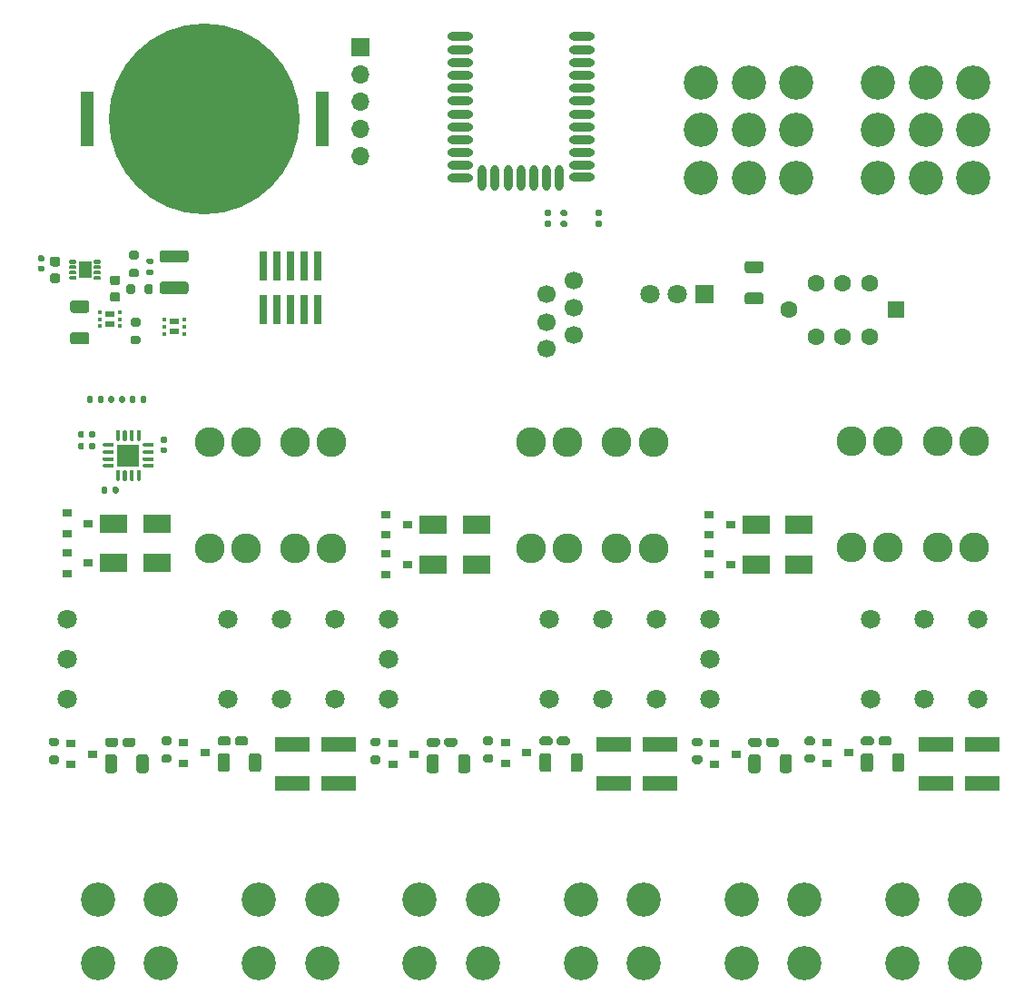
<source format=gbr>
%TF.GenerationSoftware,KiCad,Pcbnew,(5.1.9-0-10_14)*%
%TF.CreationDate,2021-05-27T00:43:31-07:00*%
%TF.ProjectId,tp_radio_board,74705f72-6164-4696-9f5f-626f6172642e,rev?*%
%TF.SameCoordinates,Original*%
%TF.FileFunction,Soldermask,Top*%
%TF.FilePolarity,Negative*%
%FSLAX46Y46*%
G04 Gerber Fmt 4.6, Leading zero omitted, Abs format (unit mm)*
G04 Created by KiCad (PCBNEW (5.1.9-0-10_14)) date 2021-05-27 00:43:31*
%MOMM*%
%LPD*%
G01*
G04 APERTURE LIST*
%ADD10O,2.400000X0.800000*%
%ADD11O,0.800000X2.400000*%
%ADD12O,1.700000X1.700000*%
%ADD13R,1.700000X1.700000*%
%ADD14R,0.762000X2.794000*%
%ADD15C,1.808000*%
%ADD16R,0.900000X0.800000*%
%ADD17C,3.200000*%
%ADD18C,1.700000*%
%ADD19C,2.780000*%
%ADD20R,0.950000X0.613000*%
%ADD21R,0.325000X0.300000*%
%ADD22R,1.200000X1.500000*%
%ADD23R,1.800000X1.800000*%
%ADD24C,1.800000*%
%ADD25R,3.300000X1.400000*%
%ADD26R,2.500000X1.800000*%
%ADD27R,1.270000X5.080000*%
%ADD28C,17.800000*%
%ADD29R,2.100000X2.100000*%
%ADD30C,1.600000*%
%ADD31R,1.600000X1.600000*%
G04 APERTURE END LIST*
D10*
%TO.C,U1*%
X63850000Y-95550000D03*
X63850000Y-96750000D03*
X63850000Y-97950000D03*
X63850000Y-99150000D03*
X63850000Y-100350000D03*
X63850000Y-101550000D03*
X63850000Y-102750000D03*
X63850000Y-103950000D03*
X63850000Y-105150000D03*
X63850000Y-106350000D03*
X63850000Y-107550000D03*
X63850000Y-108750000D03*
D11*
X65900000Y-108750000D03*
X67100000Y-108750000D03*
X68300000Y-108750000D03*
X69500000Y-108750000D03*
X70700000Y-108750000D03*
X71900000Y-108750000D03*
X73100000Y-108750000D03*
D10*
X75150000Y-108650000D03*
X75150000Y-107550000D03*
X75150000Y-106350000D03*
X75150000Y-105150000D03*
X75150000Y-103950000D03*
X75150000Y-102750000D03*
X75150000Y-101550000D03*
X75150000Y-100350000D03*
X75150000Y-99150000D03*
X75150000Y-97950000D03*
X75150000Y-96750000D03*
X75150000Y-95550000D03*
%TD*%
D12*
%TO.C,J11*%
X54500000Y-106660000D03*
X54500000Y-104120000D03*
X54500000Y-101580000D03*
X54500000Y-99040000D03*
D13*
X54500000Y-96500000D03*
%TD*%
D14*
%TO.C,J1*%
X45460000Y-121032000D03*
X45460000Y-116968000D03*
X46730000Y-121032000D03*
X46730000Y-116968000D03*
X48000000Y-121032000D03*
X48000000Y-116968000D03*
X49270000Y-121032000D03*
X49270000Y-116968000D03*
X50540000Y-121032000D03*
X50540000Y-116968000D03*
%TD*%
D15*
%TO.C,K2*%
X57140008Y-157350000D03*
X72140008Y-157350000D03*
X77140008Y-157350000D03*
X82140008Y-157350000D03*
X82140008Y-149850000D03*
X77140008Y-149850000D03*
X72140008Y-149850000D03*
X57140008Y-149850000D03*
X57140008Y-153600000D03*
%TD*%
%TO.C,K3*%
X87140008Y-157350000D03*
X102140008Y-157350000D03*
X107140008Y-157350000D03*
X112140008Y-157350000D03*
X112140008Y-149850000D03*
X107140008Y-149850000D03*
X102140008Y-149850000D03*
X87140008Y-149850000D03*
X87140008Y-153600000D03*
%TD*%
%TO.C,K1*%
X27140008Y-157350000D03*
X42140008Y-157350000D03*
X47140008Y-157350000D03*
X52140008Y-157350000D03*
X52140008Y-149850000D03*
X47140008Y-149850000D03*
X42140008Y-149850000D03*
X27140008Y-149850000D03*
X27140008Y-153600000D03*
%TD*%
%TO.C,D12*%
G36*
G01*
X102840000Y-161462500D02*
X102840000Y-161037500D01*
G75*
G02*
X103052500Y-160825000I212500J0D01*
G01*
X103852500Y-160825000D01*
G75*
G02*
X104065000Y-161037500I0J-212500D01*
G01*
X104065000Y-161462500D01*
G75*
G02*
X103852500Y-161675000I-212500J0D01*
G01*
X103052500Y-161675000D01*
G75*
G02*
X102840000Y-161462500I0J212500D01*
G01*
G37*
G36*
G01*
X101215000Y-161462500D02*
X101215000Y-161037500D01*
G75*
G02*
X101427500Y-160825000I212500J0D01*
G01*
X102227500Y-160825000D01*
G75*
G02*
X102440000Y-161037500I0J-212500D01*
G01*
X102440000Y-161462500D01*
G75*
G02*
X102227500Y-161675000I-212500J0D01*
G01*
X101427500Y-161675000D01*
G75*
G02*
X101215000Y-161462500I0J212500D01*
G01*
G37*
%TD*%
%TO.C,D11*%
G36*
G01*
X72840000Y-161462500D02*
X72840000Y-161037500D01*
G75*
G02*
X73052500Y-160825000I212500J0D01*
G01*
X73852500Y-160825000D01*
G75*
G02*
X74065000Y-161037500I0J-212500D01*
G01*
X74065000Y-161462500D01*
G75*
G02*
X73852500Y-161675000I-212500J0D01*
G01*
X73052500Y-161675000D01*
G75*
G02*
X72840000Y-161462500I0J212500D01*
G01*
G37*
G36*
G01*
X71215000Y-161462500D02*
X71215000Y-161037500D01*
G75*
G02*
X71427500Y-160825000I212500J0D01*
G01*
X72227500Y-160825000D01*
G75*
G02*
X72440000Y-161037500I0J-212500D01*
G01*
X72440000Y-161462500D01*
G75*
G02*
X72227500Y-161675000I-212500J0D01*
G01*
X71427500Y-161675000D01*
G75*
G02*
X71215000Y-161462500I0J212500D01*
G01*
G37*
%TD*%
%TO.C,D10*%
G36*
G01*
X42840000Y-161462500D02*
X42840000Y-161037500D01*
G75*
G02*
X43052500Y-160825000I212500J0D01*
G01*
X43852500Y-160825000D01*
G75*
G02*
X44065000Y-161037500I0J-212500D01*
G01*
X44065000Y-161462500D01*
G75*
G02*
X43852500Y-161675000I-212500J0D01*
G01*
X43052500Y-161675000D01*
G75*
G02*
X42840000Y-161462500I0J212500D01*
G01*
G37*
G36*
G01*
X41215000Y-161462500D02*
X41215000Y-161037500D01*
G75*
G02*
X41427500Y-160825000I212500J0D01*
G01*
X42227500Y-160825000D01*
G75*
G02*
X42440000Y-161037500I0J-212500D01*
G01*
X42440000Y-161462500D01*
G75*
G02*
X42227500Y-161675000I-212500J0D01*
G01*
X41427500Y-161675000D01*
G75*
G02*
X41215000Y-161462500I0J212500D01*
G01*
G37*
%TD*%
%TO.C,R24*%
G36*
G01*
X42340000Y-162624997D02*
X42340000Y-163875003D01*
G75*
G02*
X42090003Y-164125000I-249997J0D01*
G01*
X41464997Y-164125000D01*
G75*
G02*
X41215000Y-163875003I0J249997D01*
G01*
X41215000Y-162624997D01*
G75*
G02*
X41464997Y-162375000I249997J0D01*
G01*
X42090003Y-162375000D01*
G75*
G02*
X42340000Y-162624997I0J-249997D01*
G01*
G37*
G36*
G01*
X45265000Y-162624997D02*
X45265000Y-163875003D01*
G75*
G02*
X45015003Y-164125000I-249997J0D01*
G01*
X44389997Y-164125000D01*
G75*
G02*
X44140000Y-163875003I0J249997D01*
G01*
X44140000Y-162624997D01*
G75*
G02*
X44389997Y-162375000I249997J0D01*
G01*
X45015003Y-162375000D01*
G75*
G02*
X45265000Y-162624997I0J-249997D01*
G01*
G37*
%TD*%
%TO.C,R26*%
G36*
G01*
X102340000Y-162624997D02*
X102340000Y-163875003D01*
G75*
G02*
X102090003Y-164125000I-249997J0D01*
G01*
X101464997Y-164125000D01*
G75*
G02*
X101215000Y-163875003I0J249997D01*
G01*
X101215000Y-162624997D01*
G75*
G02*
X101464997Y-162375000I249997J0D01*
G01*
X102090003Y-162375000D01*
G75*
G02*
X102340000Y-162624997I0J-249997D01*
G01*
G37*
G36*
G01*
X105265000Y-162624997D02*
X105265000Y-163875003D01*
G75*
G02*
X105015003Y-164125000I-249997J0D01*
G01*
X104389997Y-164125000D01*
G75*
G02*
X104140000Y-163875003I0J249997D01*
G01*
X104140000Y-162624997D01*
G75*
G02*
X104389997Y-162375000I249997J0D01*
G01*
X105015003Y-162375000D01*
G75*
G02*
X105265000Y-162624997I0J-249997D01*
G01*
G37*
%TD*%
%TO.C,R25*%
G36*
G01*
X72340000Y-162624997D02*
X72340000Y-163875003D01*
G75*
G02*
X72090003Y-164125000I-249997J0D01*
G01*
X71464997Y-164125000D01*
G75*
G02*
X71215000Y-163875003I0J249997D01*
G01*
X71215000Y-162624997D01*
G75*
G02*
X71464997Y-162375000I249997J0D01*
G01*
X72090003Y-162375000D01*
G75*
G02*
X72340000Y-162624997I0J-249997D01*
G01*
G37*
G36*
G01*
X75265000Y-162624997D02*
X75265000Y-163875003D01*
G75*
G02*
X75015003Y-164125000I-249997J0D01*
G01*
X74389997Y-164125000D01*
G75*
G02*
X74140000Y-163875003I0J249997D01*
G01*
X74140000Y-162624997D01*
G75*
G02*
X74389997Y-162375000I249997J0D01*
G01*
X75015003Y-162375000D01*
G75*
G02*
X75265000Y-162624997I0J-249997D01*
G01*
G37*
%TD*%
%TO.C,R21*%
G36*
G01*
X36715000Y-161625000D02*
X36165000Y-161625000D01*
G75*
G02*
X35965000Y-161425000I0J200000D01*
G01*
X35965000Y-161025000D01*
G75*
G02*
X36165000Y-160825000I200000J0D01*
G01*
X36715000Y-160825000D01*
G75*
G02*
X36915000Y-161025000I0J-200000D01*
G01*
X36915000Y-161425000D01*
G75*
G02*
X36715000Y-161625000I-200000J0D01*
G01*
G37*
G36*
G01*
X36715000Y-163275000D02*
X36165000Y-163275000D01*
G75*
G02*
X35965000Y-163075000I0J200000D01*
G01*
X35965000Y-162675000D01*
G75*
G02*
X36165000Y-162475000I200000J0D01*
G01*
X36715000Y-162475000D01*
G75*
G02*
X36915000Y-162675000I0J-200000D01*
G01*
X36915000Y-163075000D01*
G75*
G02*
X36715000Y-163275000I-200000J0D01*
G01*
G37*
%TD*%
%TO.C,R23*%
G36*
G01*
X96715000Y-161625000D02*
X96165000Y-161625000D01*
G75*
G02*
X95965000Y-161425000I0J200000D01*
G01*
X95965000Y-161025000D01*
G75*
G02*
X96165000Y-160825000I200000J0D01*
G01*
X96715000Y-160825000D01*
G75*
G02*
X96915000Y-161025000I0J-200000D01*
G01*
X96915000Y-161425000D01*
G75*
G02*
X96715000Y-161625000I-200000J0D01*
G01*
G37*
G36*
G01*
X96715000Y-163275000D02*
X96165000Y-163275000D01*
G75*
G02*
X95965000Y-163075000I0J200000D01*
G01*
X95965000Y-162675000D01*
G75*
G02*
X96165000Y-162475000I200000J0D01*
G01*
X96715000Y-162475000D01*
G75*
G02*
X96915000Y-162675000I0J-200000D01*
G01*
X96915000Y-163075000D01*
G75*
G02*
X96715000Y-163275000I-200000J0D01*
G01*
G37*
%TD*%
%TO.C,R22*%
G36*
G01*
X66715000Y-161625000D02*
X66165000Y-161625000D01*
G75*
G02*
X65965000Y-161425000I0J200000D01*
G01*
X65965000Y-161025000D01*
G75*
G02*
X66165000Y-160825000I200000J0D01*
G01*
X66715000Y-160825000D01*
G75*
G02*
X66915000Y-161025000I0J-200000D01*
G01*
X66915000Y-161425000D01*
G75*
G02*
X66715000Y-161625000I-200000J0D01*
G01*
G37*
G36*
G01*
X66715000Y-163275000D02*
X66165000Y-163275000D01*
G75*
G02*
X65965000Y-163075000I0J200000D01*
G01*
X65965000Y-162675000D01*
G75*
G02*
X66165000Y-162475000I200000J0D01*
G01*
X66715000Y-162475000D01*
G75*
G02*
X66915000Y-162675000I0J-200000D01*
G01*
X66915000Y-163075000D01*
G75*
G02*
X66715000Y-163275000I-200000J0D01*
G01*
G37*
%TD*%
%TO.C,R16*%
G36*
G01*
X31840000Y-162724997D02*
X31840000Y-163975003D01*
G75*
G02*
X31590003Y-164225000I-249997J0D01*
G01*
X30964997Y-164225000D01*
G75*
G02*
X30715000Y-163975003I0J249997D01*
G01*
X30715000Y-162724997D01*
G75*
G02*
X30964997Y-162475000I249997J0D01*
G01*
X31590003Y-162475000D01*
G75*
G02*
X31840000Y-162724997I0J-249997D01*
G01*
G37*
G36*
G01*
X34765000Y-162724997D02*
X34765000Y-163975003D01*
G75*
G02*
X34515003Y-164225000I-249997J0D01*
G01*
X33889997Y-164225000D01*
G75*
G02*
X33640000Y-163975003I0J249997D01*
G01*
X33640000Y-162724997D01*
G75*
G02*
X33889997Y-162475000I249997J0D01*
G01*
X34515003Y-162475000D01*
G75*
G02*
X34765000Y-162724997I0J-249997D01*
G01*
G37*
%TD*%
%TO.C,R18*%
G36*
G01*
X91840000Y-162724997D02*
X91840000Y-163975003D01*
G75*
G02*
X91590003Y-164225000I-249997J0D01*
G01*
X90964997Y-164225000D01*
G75*
G02*
X90715000Y-163975003I0J249997D01*
G01*
X90715000Y-162724997D01*
G75*
G02*
X90964997Y-162475000I249997J0D01*
G01*
X91590003Y-162475000D01*
G75*
G02*
X91840000Y-162724997I0J-249997D01*
G01*
G37*
G36*
G01*
X94765000Y-162724997D02*
X94765000Y-163975003D01*
G75*
G02*
X94515003Y-164225000I-249997J0D01*
G01*
X93889997Y-164225000D01*
G75*
G02*
X93640000Y-163975003I0J249997D01*
G01*
X93640000Y-162724997D01*
G75*
G02*
X93889997Y-162475000I249997J0D01*
G01*
X94515003Y-162475000D01*
G75*
G02*
X94765000Y-162724997I0J-249997D01*
G01*
G37*
%TD*%
%TO.C,R17*%
G36*
G01*
X61840000Y-162724997D02*
X61840000Y-163975003D01*
G75*
G02*
X61590003Y-164225000I-249997J0D01*
G01*
X60964997Y-164225000D01*
G75*
G02*
X60715000Y-163975003I0J249997D01*
G01*
X60715000Y-162724997D01*
G75*
G02*
X60964997Y-162475000I249997J0D01*
G01*
X61590003Y-162475000D01*
G75*
G02*
X61840000Y-162724997I0J-249997D01*
G01*
G37*
G36*
G01*
X64765000Y-162724997D02*
X64765000Y-163975003D01*
G75*
G02*
X64515003Y-164225000I-249997J0D01*
G01*
X63889997Y-164225000D01*
G75*
G02*
X63640000Y-163975003I0J249997D01*
G01*
X63640000Y-162724997D01*
G75*
G02*
X63889997Y-162475000I249997J0D01*
G01*
X64515003Y-162475000D01*
G75*
G02*
X64765000Y-162724997I0J-249997D01*
G01*
G37*
%TD*%
%TO.C,R13*%
G36*
G01*
X26215000Y-161725000D02*
X25665000Y-161725000D01*
G75*
G02*
X25465000Y-161525000I0J200000D01*
G01*
X25465000Y-161125000D01*
G75*
G02*
X25665000Y-160925000I200000J0D01*
G01*
X26215000Y-160925000D01*
G75*
G02*
X26415000Y-161125000I0J-200000D01*
G01*
X26415000Y-161525000D01*
G75*
G02*
X26215000Y-161725000I-200000J0D01*
G01*
G37*
G36*
G01*
X26215000Y-163375000D02*
X25665000Y-163375000D01*
G75*
G02*
X25465000Y-163175000I0J200000D01*
G01*
X25465000Y-162775000D01*
G75*
G02*
X25665000Y-162575000I200000J0D01*
G01*
X26215000Y-162575000D01*
G75*
G02*
X26415000Y-162775000I0J-200000D01*
G01*
X26415000Y-163175000D01*
G75*
G02*
X26215000Y-163375000I-200000J0D01*
G01*
G37*
%TD*%
%TO.C,R15*%
G36*
G01*
X86215000Y-161725000D02*
X85665000Y-161725000D01*
G75*
G02*
X85465000Y-161525000I0J200000D01*
G01*
X85465000Y-161125000D01*
G75*
G02*
X85665000Y-160925000I200000J0D01*
G01*
X86215000Y-160925000D01*
G75*
G02*
X86415000Y-161125000I0J-200000D01*
G01*
X86415000Y-161525000D01*
G75*
G02*
X86215000Y-161725000I-200000J0D01*
G01*
G37*
G36*
G01*
X86215000Y-163375000D02*
X85665000Y-163375000D01*
G75*
G02*
X85465000Y-163175000I0J200000D01*
G01*
X85465000Y-162775000D01*
G75*
G02*
X85665000Y-162575000I200000J0D01*
G01*
X86215000Y-162575000D01*
G75*
G02*
X86415000Y-162775000I0J-200000D01*
G01*
X86415000Y-163175000D01*
G75*
G02*
X86215000Y-163375000I-200000J0D01*
G01*
G37*
%TD*%
%TO.C,R14*%
G36*
G01*
X56215000Y-161725000D02*
X55665000Y-161725000D01*
G75*
G02*
X55465000Y-161525000I0J200000D01*
G01*
X55465000Y-161125000D01*
G75*
G02*
X55665000Y-160925000I200000J0D01*
G01*
X56215000Y-160925000D01*
G75*
G02*
X56415000Y-161125000I0J-200000D01*
G01*
X56415000Y-161525000D01*
G75*
G02*
X56215000Y-161725000I-200000J0D01*
G01*
G37*
G36*
G01*
X56215000Y-163375000D02*
X55665000Y-163375000D01*
G75*
G02*
X55465000Y-163175000I0J200000D01*
G01*
X55465000Y-162775000D01*
G75*
G02*
X55665000Y-162575000I200000J0D01*
G01*
X56215000Y-162575000D01*
G75*
G02*
X56415000Y-162775000I0J-200000D01*
G01*
X56415000Y-163175000D01*
G75*
G02*
X56215000Y-163375000I-200000J0D01*
G01*
G37*
%TD*%
D16*
%TO.C,Q10*%
X40040000Y-162350000D03*
X38040000Y-163300000D03*
X38040000Y-161400000D03*
%TD*%
%TO.C,Q12*%
X100040000Y-162350000D03*
X98040000Y-163300000D03*
X98040000Y-161400000D03*
%TD*%
%TO.C,Q11*%
X70040000Y-162350000D03*
X68040000Y-163300000D03*
X68040000Y-161400000D03*
%TD*%
%TO.C,Q7*%
X29540000Y-162450000D03*
X27540000Y-163400000D03*
X27540000Y-161500000D03*
%TD*%
%TO.C,Q9*%
X89540000Y-162450000D03*
X87540000Y-163400000D03*
X87540000Y-161500000D03*
%TD*%
%TO.C,Q8*%
X59540000Y-162450000D03*
X57540000Y-163400000D03*
X57540000Y-161500000D03*
%TD*%
%TO.C,D7*%
G36*
G01*
X32340000Y-161562500D02*
X32340000Y-161137500D01*
G75*
G02*
X32552500Y-160925000I212500J0D01*
G01*
X33352500Y-160925000D01*
G75*
G02*
X33565000Y-161137500I0J-212500D01*
G01*
X33565000Y-161562500D01*
G75*
G02*
X33352500Y-161775000I-212500J0D01*
G01*
X32552500Y-161775000D01*
G75*
G02*
X32340000Y-161562500I0J212500D01*
G01*
G37*
G36*
G01*
X30715000Y-161562500D02*
X30715000Y-161137500D01*
G75*
G02*
X30927500Y-160925000I212500J0D01*
G01*
X31727500Y-160925000D01*
G75*
G02*
X31940000Y-161137500I0J-212500D01*
G01*
X31940000Y-161562500D01*
G75*
G02*
X31727500Y-161775000I-212500J0D01*
G01*
X30927500Y-161775000D01*
G75*
G02*
X30715000Y-161562500I0J212500D01*
G01*
G37*
%TD*%
%TO.C,D9*%
G36*
G01*
X92340000Y-161562500D02*
X92340000Y-161137500D01*
G75*
G02*
X92552500Y-160925000I212500J0D01*
G01*
X93352500Y-160925000D01*
G75*
G02*
X93565000Y-161137500I0J-212500D01*
G01*
X93565000Y-161562500D01*
G75*
G02*
X93352500Y-161775000I-212500J0D01*
G01*
X92552500Y-161775000D01*
G75*
G02*
X92340000Y-161562500I0J212500D01*
G01*
G37*
G36*
G01*
X90715000Y-161562500D02*
X90715000Y-161137500D01*
G75*
G02*
X90927500Y-160925000I212500J0D01*
G01*
X91727500Y-160925000D01*
G75*
G02*
X91940000Y-161137500I0J-212500D01*
G01*
X91940000Y-161562500D01*
G75*
G02*
X91727500Y-161775000I-212500J0D01*
G01*
X90927500Y-161775000D01*
G75*
G02*
X90715000Y-161562500I0J212500D01*
G01*
G37*
%TD*%
%TO.C,D8*%
G36*
G01*
X62340000Y-161562500D02*
X62340000Y-161137500D01*
G75*
G02*
X62552500Y-160925000I212500J0D01*
G01*
X63352500Y-160925000D01*
G75*
G02*
X63565000Y-161137500I0J-212500D01*
G01*
X63565000Y-161562500D01*
G75*
G02*
X63352500Y-161775000I-212500J0D01*
G01*
X62552500Y-161775000D01*
G75*
G02*
X62340000Y-161562500I0J212500D01*
G01*
G37*
G36*
G01*
X60715000Y-161562500D02*
X60715000Y-161137500D01*
G75*
G02*
X60927500Y-160925000I212500J0D01*
G01*
X61727500Y-160925000D01*
G75*
G02*
X61940000Y-161137500I0J-212500D01*
G01*
X61940000Y-161562500D01*
G75*
G02*
X61727500Y-161775000I-212500J0D01*
G01*
X60927500Y-161775000D01*
G75*
G02*
X60715000Y-161562500I0J212500D01*
G01*
G37*
%TD*%
D17*
%TO.C,J10*%
X90750000Y-104250000D03*
X90750000Y-108685000D03*
X95185000Y-104250000D03*
X90750000Y-99815000D03*
X86315000Y-104250000D03*
X86315000Y-108685000D03*
X86315000Y-99815000D03*
X95185000Y-99815000D03*
X95185000Y-108685000D03*
%TD*%
%TO.C,J8*%
X107250000Y-104250000D03*
X107250000Y-108685000D03*
X111685000Y-104250000D03*
X107250000Y-99815000D03*
X102815000Y-104250000D03*
X102815000Y-108685000D03*
X102815000Y-99815000D03*
X111685000Y-99815000D03*
X111685000Y-108685000D03*
%TD*%
%TO.C,J7*%
X105065000Y-181935000D03*
X105065000Y-176065000D03*
X110935000Y-176065000D03*
X110935000Y-181935000D03*
%TD*%
%TO.C,J6*%
X75065000Y-181935000D03*
X75065000Y-176065000D03*
X80935000Y-176065000D03*
X80935000Y-181935000D03*
%TD*%
%TO.C,J5*%
X45065000Y-181935000D03*
X45065000Y-176065000D03*
X50935000Y-176065000D03*
X50935000Y-181935000D03*
%TD*%
%TO.C,J4*%
X90065000Y-181935000D03*
X90065000Y-176065000D03*
X95935000Y-176065000D03*
X95935000Y-181935000D03*
%TD*%
%TO.C,J3*%
X60065000Y-181935000D03*
X60065000Y-176065000D03*
X65935000Y-176065000D03*
X65935000Y-181935000D03*
%TD*%
%TO.C,J2*%
X30065000Y-181935000D03*
X30065000Y-176065000D03*
X35935000Y-176065000D03*
X35935000Y-181935000D03*
%TD*%
D18*
%TO.C,J9*%
X74440000Y-118325000D03*
X74440000Y-120865000D03*
X74440000Y-123405000D03*
X71900000Y-119595000D03*
X71900000Y-122155000D03*
X71900000Y-124675000D03*
%TD*%
%TO.C,R20*%
G36*
G01*
X91875003Y-117600000D02*
X90624997Y-117600000D01*
G75*
G02*
X90375000Y-117350003I0J249997D01*
G01*
X90375000Y-116724997D01*
G75*
G02*
X90624997Y-116475000I249997J0D01*
G01*
X91875003Y-116475000D01*
G75*
G02*
X92125000Y-116724997I0J-249997D01*
G01*
X92125000Y-117350003D01*
G75*
G02*
X91875003Y-117600000I-249997J0D01*
G01*
G37*
G36*
G01*
X91875003Y-120525000D02*
X90624997Y-120525000D01*
G75*
G02*
X90375000Y-120275003I0J249997D01*
G01*
X90375000Y-119649997D01*
G75*
G02*
X90624997Y-119400000I249997J0D01*
G01*
X91875003Y-119400000D01*
G75*
G02*
X92125000Y-119649997I0J-249997D01*
G01*
X92125000Y-120275003D01*
G75*
G02*
X91875003Y-120525000I-249997J0D01*
G01*
G37*
%TD*%
%TO.C,R19*%
G36*
G01*
X76935000Y-112260000D02*
X76565000Y-112260000D01*
G75*
G02*
X76430000Y-112125000I0J135000D01*
G01*
X76430000Y-111855000D01*
G75*
G02*
X76565000Y-111720000I135000J0D01*
G01*
X76935000Y-111720000D01*
G75*
G02*
X77070000Y-111855000I0J-135000D01*
G01*
X77070000Y-112125000D01*
G75*
G02*
X76935000Y-112260000I-135000J0D01*
G01*
G37*
G36*
G01*
X76935000Y-113280000D02*
X76565000Y-113280000D01*
G75*
G02*
X76430000Y-113145000I0J135000D01*
G01*
X76430000Y-112875000D01*
G75*
G02*
X76565000Y-112740000I135000J0D01*
G01*
X76935000Y-112740000D01*
G75*
G02*
X77070000Y-112875000I0J-135000D01*
G01*
X77070000Y-113145000D01*
G75*
G02*
X76935000Y-113280000I-135000J0D01*
G01*
G37*
%TD*%
D19*
%TO.C,F6*%
X108350000Y-143170000D03*
X111750000Y-143170000D03*
X108350000Y-133250000D03*
X111750000Y-133250000D03*
%TD*%
%TO.C,F5*%
X78440000Y-143270000D03*
X81840000Y-143270000D03*
X78440000Y-133350000D03*
X81840000Y-133350000D03*
%TD*%
%TO.C,F4*%
X48440000Y-143270000D03*
X51840000Y-143270000D03*
X48440000Y-133350000D03*
X51840000Y-133350000D03*
%TD*%
D20*
%TO.C,U6*%
X37150000Y-122133500D03*
X37150000Y-123066500D03*
D21*
X38075000Y-121950000D03*
X38075000Y-123250000D03*
X38075000Y-122600000D03*
X36225000Y-123250000D03*
X36225000Y-122600000D03*
X36225000Y-121950000D03*
%TD*%
D20*
%TO.C,U5*%
X31150000Y-121433500D03*
X31150000Y-122366500D03*
D21*
X32075000Y-121250000D03*
X32075000Y-122550000D03*
X32075000Y-121900000D03*
X30225000Y-122550000D03*
X30225000Y-121900000D03*
X30225000Y-121250000D03*
%TD*%
D22*
%TO.C,U4*%
X28850000Y-117300000D03*
G36*
G01*
X29650000Y-116637500D02*
X29650000Y-116462500D01*
G75*
G02*
X29737500Y-116375000I87500J0D01*
G01*
X30237500Y-116375000D01*
G75*
G02*
X30325000Y-116462500I0J-87500D01*
G01*
X30325000Y-116637500D01*
G75*
G02*
X30237500Y-116725000I-87500J0D01*
G01*
X29737500Y-116725000D01*
G75*
G02*
X29650000Y-116637500I0J87500D01*
G01*
G37*
G36*
G01*
X29650000Y-117137500D02*
X29650000Y-116962500D01*
G75*
G02*
X29737500Y-116875000I87500J0D01*
G01*
X30237500Y-116875000D01*
G75*
G02*
X30325000Y-116962500I0J-87500D01*
G01*
X30325000Y-117137500D01*
G75*
G02*
X30237500Y-117225000I-87500J0D01*
G01*
X29737500Y-117225000D01*
G75*
G02*
X29650000Y-117137500I0J87500D01*
G01*
G37*
G36*
G01*
X29650000Y-117637500D02*
X29650000Y-117462500D01*
G75*
G02*
X29737500Y-117375000I87500J0D01*
G01*
X30237500Y-117375000D01*
G75*
G02*
X30325000Y-117462500I0J-87500D01*
G01*
X30325000Y-117637500D01*
G75*
G02*
X30237500Y-117725000I-87500J0D01*
G01*
X29737500Y-117725000D01*
G75*
G02*
X29650000Y-117637500I0J87500D01*
G01*
G37*
G36*
G01*
X29650000Y-118137500D02*
X29650000Y-117962500D01*
G75*
G02*
X29737500Y-117875000I87500J0D01*
G01*
X30237500Y-117875000D01*
G75*
G02*
X30325000Y-117962500I0J-87500D01*
G01*
X30325000Y-118137500D01*
G75*
G02*
X30237500Y-118225000I-87500J0D01*
G01*
X29737500Y-118225000D01*
G75*
G02*
X29650000Y-118137500I0J87500D01*
G01*
G37*
G36*
G01*
X27375000Y-118137500D02*
X27375000Y-117962500D01*
G75*
G02*
X27462500Y-117875000I87500J0D01*
G01*
X27962500Y-117875000D01*
G75*
G02*
X28050000Y-117962500I0J-87500D01*
G01*
X28050000Y-118137500D01*
G75*
G02*
X27962500Y-118225000I-87500J0D01*
G01*
X27462500Y-118225000D01*
G75*
G02*
X27375000Y-118137500I0J87500D01*
G01*
G37*
G36*
G01*
X27375000Y-117637500D02*
X27375000Y-117462500D01*
G75*
G02*
X27462500Y-117375000I87500J0D01*
G01*
X27962500Y-117375000D01*
G75*
G02*
X28050000Y-117462500I0J-87500D01*
G01*
X28050000Y-117637500D01*
G75*
G02*
X27962500Y-117725000I-87500J0D01*
G01*
X27462500Y-117725000D01*
G75*
G02*
X27375000Y-117637500I0J87500D01*
G01*
G37*
G36*
G01*
X27375000Y-117137500D02*
X27375000Y-116962500D01*
G75*
G02*
X27462500Y-116875000I87500J0D01*
G01*
X27962500Y-116875000D01*
G75*
G02*
X28050000Y-116962500I0J-87500D01*
G01*
X28050000Y-117137500D01*
G75*
G02*
X27962500Y-117225000I-87500J0D01*
G01*
X27462500Y-117225000D01*
G75*
G02*
X27375000Y-117137500I0J87500D01*
G01*
G37*
G36*
G01*
X27375000Y-116637500D02*
X27375000Y-116462500D01*
G75*
G02*
X27462500Y-116375000I87500J0D01*
G01*
X27962500Y-116375000D01*
G75*
G02*
X28050000Y-116462500I0J-87500D01*
G01*
X28050000Y-116637500D01*
G75*
G02*
X27962500Y-116725000I-87500J0D01*
G01*
X27462500Y-116725000D01*
G75*
G02*
X27375000Y-116637500I0J87500D01*
G01*
G37*
%TD*%
D23*
%TO.C,U3*%
X86590000Y-119570000D03*
D24*
X84050000Y-119570000D03*
X81510000Y-119570000D03*
%TD*%
%TO.C,R30*%
G36*
G01*
X33525000Y-118825000D02*
X33525000Y-119375000D01*
G75*
G02*
X33325000Y-119575000I-200000J0D01*
G01*
X32925000Y-119575000D01*
G75*
G02*
X32725000Y-119375000I0J200000D01*
G01*
X32725000Y-118825000D01*
G75*
G02*
X32925000Y-118625000I200000J0D01*
G01*
X33325000Y-118625000D01*
G75*
G02*
X33525000Y-118825000I0J-200000D01*
G01*
G37*
G36*
G01*
X35175000Y-118825000D02*
X35175000Y-119375000D01*
G75*
G02*
X34975000Y-119575000I-200000J0D01*
G01*
X34575000Y-119575000D01*
G75*
G02*
X34375000Y-119375000I0J200000D01*
G01*
X34375000Y-118825000D01*
G75*
G02*
X34575000Y-118625000I200000J0D01*
G01*
X34975000Y-118625000D01*
G75*
G02*
X35175000Y-118825000I0J-200000D01*
G01*
G37*
%TD*%
%TO.C,R29*%
G36*
G01*
X33125000Y-117175000D02*
X33675000Y-117175000D01*
G75*
G02*
X33875000Y-117375000I0J-200000D01*
G01*
X33875000Y-117775000D01*
G75*
G02*
X33675000Y-117975000I-200000J0D01*
G01*
X33125000Y-117975000D01*
G75*
G02*
X32925000Y-117775000I0J200000D01*
G01*
X32925000Y-117375000D01*
G75*
G02*
X33125000Y-117175000I200000J0D01*
G01*
G37*
G36*
G01*
X33125000Y-115525000D02*
X33675000Y-115525000D01*
G75*
G02*
X33875000Y-115725000I0J-200000D01*
G01*
X33875000Y-116125000D01*
G75*
G02*
X33675000Y-116325000I-200000J0D01*
G01*
X33125000Y-116325000D01*
G75*
G02*
X32925000Y-116125000I0J200000D01*
G01*
X32925000Y-115725000D01*
G75*
G02*
X33125000Y-115525000I200000J0D01*
G01*
G37*
%TD*%
%TO.C,R28*%
G36*
G01*
X33825000Y-122575000D02*
X33275000Y-122575000D01*
G75*
G02*
X33075000Y-122375000I0J200000D01*
G01*
X33075000Y-121975000D01*
G75*
G02*
X33275000Y-121775000I200000J0D01*
G01*
X33825000Y-121775000D01*
G75*
G02*
X34025000Y-121975000I0J-200000D01*
G01*
X34025000Y-122375000D01*
G75*
G02*
X33825000Y-122575000I-200000J0D01*
G01*
G37*
G36*
G01*
X33825000Y-124225000D02*
X33275000Y-124225000D01*
G75*
G02*
X33075000Y-124025000I0J200000D01*
G01*
X33075000Y-123625000D01*
G75*
G02*
X33275000Y-123425000I200000J0D01*
G01*
X33825000Y-123425000D01*
G75*
G02*
X34025000Y-123625000I0J-200000D01*
G01*
X34025000Y-124025000D01*
G75*
G02*
X33825000Y-124225000I-200000J0D01*
G01*
G37*
%TD*%
%TO.C,R27*%
G36*
G01*
X34715000Y-117240000D02*
X35085000Y-117240000D01*
G75*
G02*
X35220000Y-117375000I0J-135000D01*
G01*
X35220000Y-117645000D01*
G75*
G02*
X35085000Y-117780000I-135000J0D01*
G01*
X34715000Y-117780000D01*
G75*
G02*
X34580000Y-117645000I0J135000D01*
G01*
X34580000Y-117375000D01*
G75*
G02*
X34715000Y-117240000I135000J0D01*
G01*
G37*
G36*
G01*
X34715000Y-116220000D02*
X35085000Y-116220000D01*
G75*
G02*
X35220000Y-116355000I0J-135000D01*
G01*
X35220000Y-116625000D01*
G75*
G02*
X35085000Y-116760000I-135000J0D01*
G01*
X34715000Y-116760000D01*
G75*
G02*
X34580000Y-116625000I0J135000D01*
G01*
X34580000Y-116355000D01*
G75*
G02*
X34715000Y-116220000I135000J0D01*
G01*
G37*
%TD*%
%TO.C,R12*%
G36*
G01*
X29225000Y-133920000D02*
X29225000Y-133550000D01*
G75*
G02*
X29360000Y-133415000I135000J0D01*
G01*
X29630000Y-133415000D01*
G75*
G02*
X29765000Y-133550000I0J-135000D01*
G01*
X29765000Y-133920000D01*
G75*
G02*
X29630000Y-134055000I-135000J0D01*
G01*
X29360000Y-134055000D01*
G75*
G02*
X29225000Y-133920000I0J135000D01*
G01*
G37*
G36*
G01*
X28205000Y-133920000D02*
X28205000Y-133550000D01*
G75*
G02*
X28340000Y-133415000I135000J0D01*
G01*
X28610000Y-133415000D01*
G75*
G02*
X28745000Y-133550000I0J-135000D01*
G01*
X28745000Y-133920000D01*
G75*
G02*
X28610000Y-134055000I-135000J0D01*
G01*
X28340000Y-134055000D01*
G75*
G02*
X28205000Y-133920000I0J135000D01*
G01*
G37*
%TD*%
%TO.C,R11*%
G36*
G01*
X29225000Y-132820000D02*
X29225000Y-132450000D01*
G75*
G02*
X29360000Y-132315000I135000J0D01*
G01*
X29630000Y-132315000D01*
G75*
G02*
X29765000Y-132450000I0J-135000D01*
G01*
X29765000Y-132820000D01*
G75*
G02*
X29630000Y-132955000I-135000J0D01*
G01*
X29360000Y-132955000D01*
G75*
G02*
X29225000Y-132820000I0J135000D01*
G01*
G37*
G36*
G01*
X28205000Y-132820000D02*
X28205000Y-132450000D01*
G75*
G02*
X28340000Y-132315000I135000J0D01*
G01*
X28610000Y-132315000D01*
G75*
G02*
X28745000Y-132450000I0J-135000D01*
G01*
X28745000Y-132820000D01*
G75*
G02*
X28610000Y-132955000I-135000J0D01*
G01*
X28340000Y-132955000D01*
G75*
G02*
X28205000Y-132820000I0J135000D01*
G01*
G37*
%TD*%
%TO.C,R10*%
G36*
G01*
X30035000Y-129570000D02*
X30035000Y-129200000D01*
G75*
G02*
X30170000Y-129065000I135000J0D01*
G01*
X30440000Y-129065000D01*
G75*
G02*
X30575000Y-129200000I0J-135000D01*
G01*
X30575000Y-129570000D01*
G75*
G02*
X30440000Y-129705000I-135000J0D01*
G01*
X30170000Y-129705000D01*
G75*
G02*
X30035000Y-129570000I0J135000D01*
G01*
G37*
G36*
G01*
X29015000Y-129570000D02*
X29015000Y-129200000D01*
G75*
G02*
X29150000Y-129065000I135000J0D01*
G01*
X29420000Y-129065000D01*
G75*
G02*
X29555000Y-129200000I0J-135000D01*
G01*
X29555000Y-129570000D01*
G75*
G02*
X29420000Y-129705000I-135000J0D01*
G01*
X29150000Y-129705000D01*
G75*
G02*
X29015000Y-129570000I0J135000D01*
G01*
G37*
%TD*%
%TO.C,R9*%
G36*
G01*
X31425000Y-138020000D02*
X31425000Y-137650000D01*
G75*
G02*
X31560000Y-137515000I135000J0D01*
G01*
X31830000Y-137515000D01*
G75*
G02*
X31965000Y-137650000I0J-135000D01*
G01*
X31965000Y-138020000D01*
G75*
G02*
X31830000Y-138155000I-135000J0D01*
G01*
X31560000Y-138155000D01*
G75*
G02*
X31425000Y-138020000I0J135000D01*
G01*
G37*
G36*
G01*
X30405000Y-138020000D02*
X30405000Y-137650000D01*
G75*
G02*
X30540000Y-137515000I135000J0D01*
G01*
X30810000Y-137515000D01*
G75*
G02*
X30945000Y-137650000I0J-135000D01*
G01*
X30945000Y-138020000D01*
G75*
G02*
X30810000Y-138155000I-135000J0D01*
G01*
X30540000Y-138155000D01*
G75*
G02*
X30405000Y-138020000I0J135000D01*
G01*
G37*
%TD*%
%TO.C,R8*%
G36*
G01*
X32035000Y-129570000D02*
X32035000Y-129200000D01*
G75*
G02*
X32170000Y-129065000I135000J0D01*
G01*
X32440000Y-129065000D01*
G75*
G02*
X32575000Y-129200000I0J-135000D01*
G01*
X32575000Y-129570000D01*
G75*
G02*
X32440000Y-129705000I-135000J0D01*
G01*
X32170000Y-129705000D01*
G75*
G02*
X32035000Y-129570000I0J135000D01*
G01*
G37*
G36*
G01*
X31015000Y-129570000D02*
X31015000Y-129200000D01*
G75*
G02*
X31150000Y-129065000I135000J0D01*
G01*
X31420000Y-129065000D01*
G75*
G02*
X31555000Y-129200000I0J-135000D01*
G01*
X31555000Y-129570000D01*
G75*
G02*
X31420000Y-129705000I-135000J0D01*
G01*
X31150000Y-129705000D01*
G75*
G02*
X31015000Y-129570000I0J135000D01*
G01*
G37*
%TD*%
%TO.C,R7*%
G36*
G01*
X34035000Y-129570000D02*
X34035000Y-129200000D01*
G75*
G02*
X34170000Y-129065000I135000J0D01*
G01*
X34440000Y-129065000D01*
G75*
G02*
X34575000Y-129200000I0J-135000D01*
G01*
X34575000Y-129570000D01*
G75*
G02*
X34440000Y-129705000I-135000J0D01*
G01*
X34170000Y-129705000D01*
G75*
G02*
X34035000Y-129570000I0J135000D01*
G01*
G37*
G36*
G01*
X33015000Y-129570000D02*
X33015000Y-129200000D01*
G75*
G02*
X33150000Y-129065000I135000J0D01*
G01*
X33420000Y-129065000D01*
G75*
G02*
X33555000Y-129200000I0J-135000D01*
G01*
X33555000Y-129570000D01*
G75*
G02*
X33420000Y-129705000I-135000J0D01*
G01*
X33150000Y-129705000D01*
G75*
G02*
X33015000Y-129570000I0J135000D01*
G01*
G37*
%TD*%
D25*
%TO.C,R4*%
X52490000Y-161550000D03*
X52490000Y-165150000D03*
X48190000Y-161550000D03*
X48190000Y-165150000D03*
%TD*%
%TO.C,R5*%
X82490000Y-161550000D03*
X82490000Y-165150000D03*
X78190000Y-161550000D03*
X78190000Y-165150000D03*
%TD*%
%TO.C,R3*%
G36*
G01*
X73685000Y-112260000D02*
X73315000Y-112260000D01*
G75*
G02*
X73180000Y-112125000I0J135000D01*
G01*
X73180000Y-111855000D01*
G75*
G02*
X73315000Y-111720000I135000J0D01*
G01*
X73685000Y-111720000D01*
G75*
G02*
X73820000Y-111855000I0J-135000D01*
G01*
X73820000Y-112125000D01*
G75*
G02*
X73685000Y-112260000I-135000J0D01*
G01*
G37*
G36*
G01*
X73685000Y-113280000D02*
X73315000Y-113280000D01*
G75*
G02*
X73180000Y-113145000I0J135000D01*
G01*
X73180000Y-112875000D01*
G75*
G02*
X73315000Y-112740000I135000J0D01*
G01*
X73685000Y-112740000D01*
G75*
G02*
X73820000Y-112875000I0J-135000D01*
G01*
X73820000Y-113145000D01*
G75*
G02*
X73685000Y-113280000I-135000J0D01*
G01*
G37*
%TD*%
%TO.C,R2*%
G36*
G01*
X71815000Y-112740000D02*
X72185000Y-112740000D01*
G75*
G02*
X72320000Y-112875000I0J-135000D01*
G01*
X72320000Y-113145000D01*
G75*
G02*
X72185000Y-113280000I-135000J0D01*
G01*
X71815000Y-113280000D01*
G75*
G02*
X71680000Y-113145000I0J135000D01*
G01*
X71680000Y-112875000D01*
G75*
G02*
X71815000Y-112740000I135000J0D01*
G01*
G37*
G36*
G01*
X71815000Y-111720000D02*
X72185000Y-111720000D01*
G75*
G02*
X72320000Y-111855000I0J-135000D01*
G01*
X72320000Y-112125000D01*
G75*
G02*
X72185000Y-112260000I-135000J0D01*
G01*
X71815000Y-112260000D01*
G75*
G02*
X71680000Y-112125000I0J135000D01*
G01*
X71680000Y-111855000D01*
G75*
G02*
X71815000Y-111720000I135000J0D01*
G01*
G37*
%TD*%
D16*
%TO.C,Q6*%
X89040000Y-141050000D03*
X87040000Y-142000000D03*
X87040000Y-140100000D03*
%TD*%
%TO.C,Q3*%
X89040000Y-144750000D03*
X87040000Y-145700000D03*
X87040000Y-143800000D03*
%TD*%
%TO.C,Q4*%
X29140000Y-140950000D03*
X27140000Y-141900000D03*
X27140000Y-140000000D03*
%TD*%
%TO.C,Q1*%
X29140000Y-144650000D03*
X27140000Y-145600000D03*
X27140000Y-143700000D03*
%TD*%
D19*
%TO.C,F3*%
X100350000Y-143170000D03*
X103750000Y-143170000D03*
X100350000Y-133250000D03*
X103750000Y-133250000D03*
%TD*%
%TO.C,F2*%
X70440000Y-143270000D03*
X73840000Y-143270000D03*
X70440000Y-133350000D03*
X73840000Y-133350000D03*
%TD*%
%TO.C,F1*%
X40440000Y-143270000D03*
X43840000Y-143270000D03*
X40440000Y-133350000D03*
X43840000Y-133350000D03*
%TD*%
D26*
%TO.C,D6*%
X91440000Y-141050000D03*
X95440000Y-141050000D03*
%TD*%
%TO.C,D3*%
X91440000Y-144750000D03*
X95440000Y-144750000D03*
%TD*%
%TO.C,D4*%
X31540000Y-140950000D03*
X35540000Y-140950000D03*
%TD*%
%TO.C,D1*%
X31540000Y-144650000D03*
X35540000Y-144650000D03*
%TD*%
%TO.C,C7*%
G36*
G01*
X36049999Y-118400000D02*
X38250001Y-118400000D01*
G75*
G02*
X38500000Y-118649999I0J-249999D01*
G01*
X38500000Y-119300001D01*
G75*
G02*
X38250001Y-119550000I-249999J0D01*
G01*
X36049999Y-119550000D01*
G75*
G02*
X35800000Y-119300001I0J249999D01*
G01*
X35800000Y-118649999D01*
G75*
G02*
X36049999Y-118400000I249999J0D01*
G01*
G37*
G36*
G01*
X36049999Y-115450000D02*
X38250001Y-115450000D01*
G75*
G02*
X38500000Y-115699999I0J-249999D01*
G01*
X38500000Y-116350001D01*
G75*
G02*
X38250001Y-116600000I-249999J0D01*
G01*
X36049999Y-116600000D01*
G75*
G02*
X35800000Y-116350001I0J249999D01*
G01*
X35800000Y-115699999D01*
G75*
G02*
X36049999Y-115450000I249999J0D01*
G01*
G37*
%TD*%
%TO.C,C6*%
G36*
G01*
X31400000Y-119375000D02*
X31900000Y-119375000D01*
G75*
G02*
X32125000Y-119600000I0J-225000D01*
G01*
X32125000Y-120050000D01*
G75*
G02*
X31900000Y-120275000I-225000J0D01*
G01*
X31400000Y-120275000D01*
G75*
G02*
X31175000Y-120050000I0J225000D01*
G01*
X31175000Y-119600000D01*
G75*
G02*
X31400000Y-119375000I225000J0D01*
G01*
G37*
G36*
G01*
X31400000Y-117825000D02*
X31900000Y-117825000D01*
G75*
G02*
X32125000Y-118050000I0J-225000D01*
G01*
X32125000Y-118500000D01*
G75*
G02*
X31900000Y-118725000I-225000J0D01*
G01*
X31400000Y-118725000D01*
G75*
G02*
X31175000Y-118500000I0J225000D01*
G01*
X31175000Y-118050000D01*
G75*
G02*
X31400000Y-117825000I225000J0D01*
G01*
G37*
%TD*%
%TO.C,C5*%
G36*
G01*
X25800000Y-117625000D02*
X26300000Y-117625000D01*
G75*
G02*
X26525000Y-117850000I0J-225000D01*
G01*
X26525000Y-118300000D01*
G75*
G02*
X26300000Y-118525000I-225000J0D01*
G01*
X25800000Y-118525000D01*
G75*
G02*
X25575000Y-118300000I0J225000D01*
G01*
X25575000Y-117850000D01*
G75*
G02*
X25800000Y-117625000I225000J0D01*
G01*
G37*
G36*
G01*
X25800000Y-116075000D02*
X26300000Y-116075000D01*
G75*
G02*
X26525000Y-116300000I0J-225000D01*
G01*
X26525000Y-116750000D01*
G75*
G02*
X26300000Y-116975000I-225000J0D01*
G01*
X25800000Y-116975000D01*
G75*
G02*
X25575000Y-116750000I0J225000D01*
G01*
X25575000Y-116300000D01*
G75*
G02*
X25800000Y-116075000I225000J0D01*
G01*
G37*
%TD*%
%TO.C,C4*%
G36*
G01*
X27699999Y-123100000D02*
X29000001Y-123100000D01*
G75*
G02*
X29250000Y-123349999I0J-249999D01*
G01*
X29250000Y-124000001D01*
G75*
G02*
X29000001Y-124250000I-249999J0D01*
G01*
X27699999Y-124250000D01*
G75*
G02*
X27450000Y-124000001I0J249999D01*
G01*
X27450000Y-123349999D01*
G75*
G02*
X27699999Y-123100000I249999J0D01*
G01*
G37*
G36*
G01*
X27699999Y-120150000D02*
X29000001Y-120150000D01*
G75*
G02*
X29250000Y-120399999I0J-249999D01*
G01*
X29250000Y-121050001D01*
G75*
G02*
X29000001Y-121300000I-249999J0D01*
G01*
X27699999Y-121300000D01*
G75*
G02*
X27450000Y-121050001I0J249999D01*
G01*
X27450000Y-120399999D01*
G75*
G02*
X27699999Y-120150000I249999J0D01*
G01*
G37*
%TD*%
%TO.C,C3*%
G36*
G01*
X24580000Y-116900000D02*
X24920000Y-116900000D01*
G75*
G02*
X25060000Y-117040000I0J-140000D01*
G01*
X25060000Y-117320000D01*
G75*
G02*
X24920000Y-117460000I-140000J0D01*
G01*
X24580000Y-117460000D01*
G75*
G02*
X24440000Y-117320000I0J140000D01*
G01*
X24440000Y-117040000D01*
G75*
G02*
X24580000Y-116900000I140000J0D01*
G01*
G37*
G36*
G01*
X24580000Y-115940000D02*
X24920000Y-115940000D01*
G75*
G02*
X25060000Y-116080000I0J-140000D01*
G01*
X25060000Y-116360000D01*
G75*
G02*
X24920000Y-116500000I-140000J0D01*
G01*
X24580000Y-116500000D01*
G75*
G02*
X24440000Y-116360000I0J140000D01*
G01*
X24440000Y-116080000D01*
G75*
G02*
X24580000Y-115940000I140000J0D01*
G01*
G37*
%TD*%
%TO.C,C2*%
G36*
G01*
X36355000Y-133435000D02*
X36015000Y-133435000D01*
G75*
G02*
X35875000Y-133295000I0J140000D01*
G01*
X35875000Y-133015000D01*
G75*
G02*
X36015000Y-132875000I140000J0D01*
G01*
X36355000Y-132875000D01*
G75*
G02*
X36495000Y-133015000I0J-140000D01*
G01*
X36495000Y-133295000D01*
G75*
G02*
X36355000Y-133435000I-140000J0D01*
G01*
G37*
G36*
G01*
X36355000Y-134395000D02*
X36015000Y-134395000D01*
G75*
G02*
X35875000Y-134255000I0J140000D01*
G01*
X35875000Y-133975000D01*
G75*
G02*
X36015000Y-133835000I140000J0D01*
G01*
X36355000Y-133835000D01*
G75*
G02*
X36495000Y-133975000I0J-140000D01*
G01*
X36495000Y-134255000D01*
G75*
G02*
X36355000Y-134395000I-140000J0D01*
G01*
G37*
%TD*%
D27*
%TO.C,BT1*%
X50985000Y-103250000D03*
X29015000Y-103250000D03*
D28*
X40000000Y-103250000D03*
%TD*%
D29*
%TO.C,U2*%
X32885000Y-134605000D03*
G36*
G01*
X34035000Y-136042500D02*
X34035000Y-136892500D01*
G75*
G02*
X33947500Y-136980000I-87500J0D01*
G01*
X33772500Y-136980000D01*
G75*
G02*
X33685000Y-136892500I0J87500D01*
G01*
X33685000Y-136042500D01*
G75*
G02*
X33772500Y-135955000I87500J0D01*
G01*
X33947500Y-135955000D01*
G75*
G02*
X34035000Y-136042500I0J-87500D01*
G01*
G37*
G36*
G01*
X33385000Y-136042500D02*
X33385000Y-136892500D01*
G75*
G02*
X33297500Y-136980000I-87500J0D01*
G01*
X33122500Y-136980000D01*
G75*
G02*
X33035000Y-136892500I0J87500D01*
G01*
X33035000Y-136042500D01*
G75*
G02*
X33122500Y-135955000I87500J0D01*
G01*
X33297500Y-135955000D01*
G75*
G02*
X33385000Y-136042500I0J-87500D01*
G01*
G37*
G36*
G01*
X32735000Y-136042500D02*
X32735000Y-136892500D01*
G75*
G02*
X32647500Y-136980000I-87500J0D01*
G01*
X32472500Y-136980000D01*
G75*
G02*
X32385000Y-136892500I0J87500D01*
G01*
X32385000Y-136042500D01*
G75*
G02*
X32472500Y-135955000I87500J0D01*
G01*
X32647500Y-135955000D01*
G75*
G02*
X32735000Y-136042500I0J-87500D01*
G01*
G37*
G36*
G01*
X32085000Y-136042500D02*
X32085000Y-136892500D01*
G75*
G02*
X31997500Y-136980000I-87500J0D01*
G01*
X31822500Y-136980000D01*
G75*
G02*
X31735000Y-136892500I0J87500D01*
G01*
X31735000Y-136042500D01*
G75*
G02*
X31822500Y-135955000I87500J0D01*
G01*
X31997500Y-135955000D01*
G75*
G02*
X32085000Y-136042500I0J-87500D01*
G01*
G37*
G36*
G01*
X31535000Y-135492500D02*
X31535000Y-135667500D01*
G75*
G02*
X31447500Y-135755000I-87500J0D01*
G01*
X30597500Y-135755000D01*
G75*
G02*
X30510000Y-135667500I0J87500D01*
G01*
X30510000Y-135492500D01*
G75*
G02*
X30597500Y-135405000I87500J0D01*
G01*
X31447500Y-135405000D01*
G75*
G02*
X31535000Y-135492500I0J-87500D01*
G01*
G37*
G36*
G01*
X31535000Y-134842500D02*
X31535000Y-135017500D01*
G75*
G02*
X31447500Y-135105000I-87500J0D01*
G01*
X30597500Y-135105000D01*
G75*
G02*
X30510000Y-135017500I0J87500D01*
G01*
X30510000Y-134842500D01*
G75*
G02*
X30597500Y-134755000I87500J0D01*
G01*
X31447500Y-134755000D01*
G75*
G02*
X31535000Y-134842500I0J-87500D01*
G01*
G37*
G36*
G01*
X31535000Y-134192500D02*
X31535000Y-134367500D01*
G75*
G02*
X31447500Y-134455000I-87500J0D01*
G01*
X30597500Y-134455000D01*
G75*
G02*
X30510000Y-134367500I0J87500D01*
G01*
X30510000Y-134192500D01*
G75*
G02*
X30597500Y-134105000I87500J0D01*
G01*
X31447500Y-134105000D01*
G75*
G02*
X31535000Y-134192500I0J-87500D01*
G01*
G37*
G36*
G01*
X31535000Y-133542500D02*
X31535000Y-133717500D01*
G75*
G02*
X31447500Y-133805000I-87500J0D01*
G01*
X30597500Y-133805000D01*
G75*
G02*
X30510000Y-133717500I0J87500D01*
G01*
X30510000Y-133542500D01*
G75*
G02*
X30597500Y-133455000I87500J0D01*
G01*
X31447500Y-133455000D01*
G75*
G02*
X31535000Y-133542500I0J-87500D01*
G01*
G37*
G36*
G01*
X32085000Y-132317500D02*
X32085000Y-133167500D01*
G75*
G02*
X31997500Y-133255000I-87500J0D01*
G01*
X31822500Y-133255000D01*
G75*
G02*
X31735000Y-133167500I0J87500D01*
G01*
X31735000Y-132317500D01*
G75*
G02*
X31822500Y-132230000I87500J0D01*
G01*
X31997500Y-132230000D01*
G75*
G02*
X32085000Y-132317500I0J-87500D01*
G01*
G37*
G36*
G01*
X32735000Y-132317500D02*
X32735000Y-133167500D01*
G75*
G02*
X32647500Y-133255000I-87500J0D01*
G01*
X32472500Y-133255000D01*
G75*
G02*
X32385000Y-133167500I0J87500D01*
G01*
X32385000Y-132317500D01*
G75*
G02*
X32472500Y-132230000I87500J0D01*
G01*
X32647500Y-132230000D01*
G75*
G02*
X32735000Y-132317500I0J-87500D01*
G01*
G37*
G36*
G01*
X33385000Y-132317500D02*
X33385000Y-133167500D01*
G75*
G02*
X33297500Y-133255000I-87500J0D01*
G01*
X33122500Y-133255000D01*
G75*
G02*
X33035000Y-133167500I0J87500D01*
G01*
X33035000Y-132317500D01*
G75*
G02*
X33122500Y-132230000I87500J0D01*
G01*
X33297500Y-132230000D01*
G75*
G02*
X33385000Y-132317500I0J-87500D01*
G01*
G37*
G36*
G01*
X34035000Y-132317500D02*
X34035000Y-133167500D01*
G75*
G02*
X33947500Y-133255000I-87500J0D01*
G01*
X33772500Y-133255000D01*
G75*
G02*
X33685000Y-133167500I0J87500D01*
G01*
X33685000Y-132317500D01*
G75*
G02*
X33772500Y-132230000I87500J0D01*
G01*
X33947500Y-132230000D01*
G75*
G02*
X34035000Y-132317500I0J-87500D01*
G01*
G37*
G36*
G01*
X35260000Y-133542500D02*
X35260000Y-133717500D01*
G75*
G02*
X35172500Y-133805000I-87500J0D01*
G01*
X34322500Y-133805000D01*
G75*
G02*
X34235000Y-133717500I0J87500D01*
G01*
X34235000Y-133542500D01*
G75*
G02*
X34322500Y-133455000I87500J0D01*
G01*
X35172500Y-133455000D01*
G75*
G02*
X35260000Y-133542500I0J-87500D01*
G01*
G37*
G36*
G01*
X35260000Y-134192500D02*
X35260000Y-134367500D01*
G75*
G02*
X35172500Y-134455000I-87500J0D01*
G01*
X34322500Y-134455000D01*
G75*
G02*
X34235000Y-134367500I0J87500D01*
G01*
X34235000Y-134192500D01*
G75*
G02*
X34322500Y-134105000I87500J0D01*
G01*
X35172500Y-134105000D01*
G75*
G02*
X35260000Y-134192500I0J-87500D01*
G01*
G37*
G36*
G01*
X35260000Y-134842500D02*
X35260000Y-135017500D01*
G75*
G02*
X35172500Y-135105000I-87500J0D01*
G01*
X34322500Y-135105000D01*
G75*
G02*
X34235000Y-135017500I0J87500D01*
G01*
X34235000Y-134842500D01*
G75*
G02*
X34322500Y-134755000I87500J0D01*
G01*
X35172500Y-134755000D01*
G75*
G02*
X35260000Y-134842500I0J-87500D01*
G01*
G37*
G36*
G01*
X35260000Y-135492500D02*
X35260000Y-135667500D01*
G75*
G02*
X35172500Y-135755000I-87500J0D01*
G01*
X34322500Y-135755000D01*
G75*
G02*
X34235000Y-135667500I0J87500D01*
G01*
X34235000Y-135492500D01*
G75*
G02*
X34322500Y-135405000I87500J0D01*
G01*
X35172500Y-135405000D01*
G75*
G02*
X35260000Y-135492500I0J-87500D01*
G01*
G37*
%TD*%
D30*
%TO.C,S1*%
X102000000Y-118500000D03*
X99500000Y-118500000D03*
X97000000Y-118500000D03*
X102000000Y-123500000D03*
X99500000Y-123500000D03*
X97000000Y-123500000D03*
D31*
X104500000Y-121000000D03*
D30*
X94500000Y-121000000D03*
%TD*%
D25*
%TO.C,R6*%
X112490000Y-161550000D03*
X112490000Y-165150000D03*
X108190000Y-161550000D03*
X108190000Y-165150000D03*
%TD*%
D16*
%TO.C,Q5*%
X58940000Y-141050000D03*
X56940000Y-142000000D03*
X56940000Y-140100000D03*
%TD*%
%TO.C,Q2*%
X58940000Y-144750000D03*
X56940000Y-145700000D03*
X56940000Y-143800000D03*
%TD*%
D26*
%TO.C,D5*%
X61340000Y-141050000D03*
X65340000Y-141050000D03*
%TD*%
%TO.C,D2*%
X61340000Y-144750000D03*
X65340000Y-144750000D03*
%TD*%
M02*

</source>
